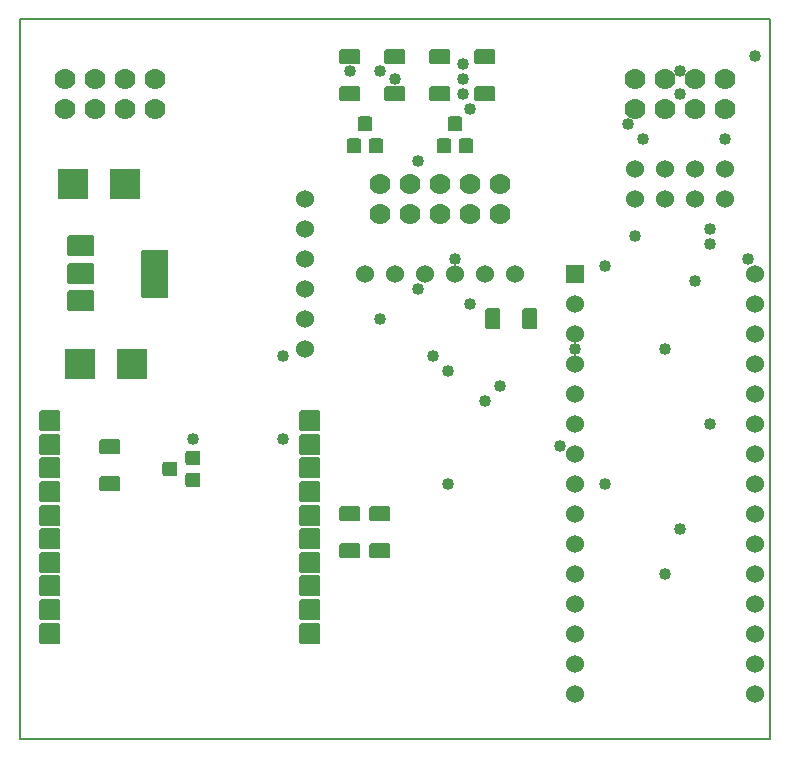
<source format=gbr>
G04 PROTEUS RS274X GERBER FILE*
%FSLAX45Y45*%
%MOMM*%
G01*
%ADD25C,1.016000*%
%ADD26C,1.778000*%
%AMPPAD019*
4,1,36,
1.143000,0.762000,
1.143000,-0.762000,
1.140470,-0.787970,
1.133200,-0.811980,
1.121650,-0.833580,
1.106290,-0.852290,
1.087570,-0.867650,
1.065980,-0.879200,
1.041970,-0.886470,
1.016000,-0.889000,
-1.016000,-0.889000,
-1.041970,-0.886470,
-1.065980,-0.879200,
-1.087570,-0.867650,
-1.106290,-0.852290,
-1.121650,-0.833580,
-1.133200,-0.811980,
-1.140470,-0.787970,
-1.143000,-0.762000,
-1.143000,0.762000,
-1.140470,0.787970,
-1.133200,0.811980,
-1.121650,0.833580,
-1.106290,0.852290,
-1.087570,0.867650,
-1.065980,0.879200,
-1.041970,0.886470,
-1.016000,0.889000,
1.016000,0.889000,
1.041970,0.886470,
1.065980,0.879200,
1.087570,0.867650,
1.106290,0.852290,
1.121650,0.833580,
1.133200,0.811980,
1.140470,0.787970,
1.143000,0.762000,
0*%
%ADD27PPAD019*%
%AMPPAD020*
4,1,36,
1.016000,-2.032000,
-1.016000,-2.032000,
-1.041970,-2.029470,
-1.065980,-2.022200,
-1.087580,-2.010650,
-1.106290,-1.995290,
-1.121650,-1.976570,
-1.133200,-1.954980,
-1.140470,-1.930970,
-1.143000,-1.905000,
-1.143000,1.905000,
-1.140470,1.930970,
-1.133200,1.954980,
-1.121650,1.976570,
-1.106290,1.995290,
-1.087580,2.010650,
-1.065980,2.022200,
-1.041970,2.029470,
-1.016000,2.032000,
1.016000,2.032000,
1.041970,2.029470,
1.065980,2.022200,
1.087580,2.010650,
1.106290,1.995290,
1.121650,1.976570,
1.133200,1.954980,
1.140470,1.930970,
1.143000,1.905000,
1.143000,-1.905000,
1.140470,-1.930970,
1.133200,-1.954980,
1.121650,-1.976570,
1.106290,-1.995290,
1.087580,-2.010650,
1.065980,-2.022200,
1.041970,-2.029470,
1.016000,-2.032000,
0*%
%ADD28PPAD020*%
%AMPPAD021*
4,1,36,
0.762000,-0.889000,
-0.762000,-0.889000,
-0.787970,-0.886470,
-0.811980,-0.879200,
-0.833580,-0.867650,
-0.852290,-0.852290,
-0.867650,-0.833570,
-0.879200,-0.811980,
-0.886470,-0.787970,
-0.889000,-0.762000,
-0.889000,0.762000,
-0.886470,0.787970,
-0.879200,0.811980,
-0.867650,0.833570,
-0.852290,0.852290,
-0.833580,0.867650,
-0.811980,0.879200,
-0.787970,0.886470,
-0.762000,0.889000,
0.762000,0.889000,
0.787970,0.886470,
0.811980,0.879200,
0.833580,0.867650,
0.852290,0.852290,
0.867650,0.833570,
0.879200,0.811980,
0.886470,0.787970,
0.889000,0.762000,
0.889000,-0.762000,
0.886470,-0.787970,
0.879200,-0.811980,
0.867650,-0.833570,
0.852290,-0.852290,
0.833580,-0.867650,
0.811980,-0.879200,
0.787970,-0.886470,
0.762000,-0.889000,
0*%
%ADD29PPAD021*%
%AMPPAD022*
4,1,36,
-0.635000,0.762000,
0.635000,0.762000,
0.660970,0.759470,
0.684980,0.752200,
0.706580,0.740650,
0.725290,0.725290,
0.740650,0.706570,
0.752200,0.684980,
0.759470,0.660970,
0.762000,0.635000,
0.762000,-0.635000,
0.759470,-0.660970,
0.752200,-0.684980,
0.740650,-0.706570,
0.725290,-0.725290,
0.706580,-0.740650,
0.684980,-0.752200,
0.660970,-0.759470,
0.635000,-0.762000,
-0.635000,-0.762000,
-0.660970,-0.759470,
-0.684980,-0.752200,
-0.706580,-0.740650,
-0.725290,-0.725290,
-0.740650,-0.706570,
-0.752200,-0.684980,
-0.759470,-0.660970,
-0.762000,-0.635000,
-0.762000,0.635000,
-0.759470,0.660970,
-0.752200,0.684980,
-0.740650,0.706570,
-0.725290,0.725290,
-0.706580,0.740650,
-0.684980,0.752200,
-0.660970,0.759470,
-0.635000,0.762000,
0*%
%ADD72PPAD022*%
%ADD13C,1.524000*%
%AMPPAD023*
4,1,36,
0.889000,0.508000,
0.889000,-0.508000,
0.886470,-0.533970,
0.879200,-0.557980,
0.867650,-0.579580,
0.852290,-0.598290,
0.833570,-0.613650,
0.811980,-0.625200,
0.787970,-0.632470,
0.762000,-0.635000,
-0.762000,-0.635000,
-0.787970,-0.632470,
-0.811980,-0.625200,
-0.833570,-0.613650,
-0.852290,-0.598290,
-0.867650,-0.579580,
-0.879200,-0.557980,
-0.886470,-0.533970,
-0.889000,-0.508000,
-0.889000,0.508000,
-0.886470,0.533970,
-0.879200,0.557980,
-0.867650,0.579580,
-0.852290,0.598290,
-0.833570,0.613650,
-0.811980,0.625200,
-0.787970,0.632470,
-0.762000,0.635000,
0.762000,0.635000,
0.787970,0.632470,
0.811980,0.625200,
0.833570,0.613650,
0.852290,0.598290,
0.867650,0.579580,
0.879200,0.557980,
0.886470,0.533970,
0.889000,0.508000,
0*%
%ADD73PPAD023*%
%AMPPAD024*
4,1,36,
0.635000,0.444500,
0.635000,-0.444500,
0.632470,-0.470470,
0.625200,-0.494480,
0.613650,-0.516080,
0.598290,-0.534790,
0.579570,-0.550150,
0.557980,-0.561700,
0.533970,-0.568970,
0.508000,-0.571500,
-0.508000,-0.571500,
-0.533970,-0.568970,
-0.557980,-0.561700,
-0.579570,-0.550150,
-0.598290,-0.534790,
-0.613650,-0.516080,
-0.625200,-0.494480,
-0.632470,-0.470470,
-0.635000,-0.444500,
-0.635000,0.444500,
-0.632470,0.470470,
-0.625200,0.494480,
-0.613650,0.516080,
-0.598290,0.534790,
-0.579570,0.550150,
-0.557980,0.561700,
-0.533970,0.568970,
-0.508000,0.571500,
0.508000,0.571500,
0.533970,0.568970,
0.557980,0.561700,
0.579570,0.550150,
0.598290,0.534790,
0.613650,0.516080,
0.625200,0.494480,
0.632470,0.470470,
0.635000,0.444500,
0*%
%ADD30PPAD024*%
%AMPPAD025*
4,1,36,
0.444500,-0.635000,
-0.444500,-0.635000,
-0.470470,-0.632470,
-0.494480,-0.625200,
-0.516080,-0.613650,
-0.534790,-0.598290,
-0.550150,-0.579570,
-0.561700,-0.557980,
-0.568970,-0.533970,
-0.571500,-0.508000,
-0.571500,0.508000,
-0.568970,0.533970,
-0.561700,0.557980,
-0.550150,0.579570,
-0.534790,0.598290,
-0.516080,0.613650,
-0.494480,0.625200,
-0.470470,0.632470,
-0.444500,0.635000,
0.444500,0.635000,
0.470470,0.632470,
0.494480,0.625200,
0.516080,0.613650,
0.534790,0.598290,
0.550150,0.579570,
0.561700,0.557980,
0.568970,0.533970,
0.571500,0.508000,
0.571500,-0.508000,
0.568970,-0.533970,
0.561700,-0.557980,
0.550150,-0.579570,
0.534790,-0.598290,
0.516080,-0.613650,
0.494480,-0.625200,
0.470470,-0.632470,
0.444500,-0.635000,
0*%
%ADD31PPAD025*%
%AMPPAD026*
4,1,36,
0.508000,-0.889000,
-0.508000,-0.889000,
-0.533970,-0.886470,
-0.557980,-0.879200,
-0.579580,-0.867650,
-0.598290,-0.852290,
-0.613650,-0.833570,
-0.625200,-0.811980,
-0.632470,-0.787970,
-0.635000,-0.762000,
-0.635000,0.762000,
-0.632470,0.787970,
-0.625200,0.811980,
-0.613650,0.833570,
-0.598290,0.852290,
-0.579580,0.867650,
-0.557980,0.879200,
-0.533970,0.886470,
-0.508000,0.889000,
0.508000,0.889000,
0.533970,0.886470,
0.557980,0.879200,
0.579580,0.867650,
0.598290,0.852290,
0.613650,0.833570,
0.625200,0.811980,
0.632470,0.787970,
0.635000,0.762000,
0.635000,-0.762000,
0.632470,-0.787970,
0.625200,-0.811980,
0.613650,-0.833570,
0.598290,-0.852290,
0.579580,-0.867650,
0.557980,-0.879200,
0.533970,-0.886470,
0.508000,-0.889000,
0*%
%ADD32PPAD026*%
%AMPPAD027*
4,1,36,
1.143000,-1.270000,
-1.143000,-1.270000,
-1.168970,-1.267470,
-1.192980,-1.260200,
-1.214580,-1.248650,
-1.233290,-1.233290,
-1.248650,-1.214570,
-1.260200,-1.192980,
-1.267470,-1.168970,
-1.270000,-1.143000,
-1.270000,1.143000,
-1.267470,1.168970,
-1.260200,1.192980,
-1.248650,1.214570,
-1.233290,1.233290,
-1.214580,1.248650,
-1.192980,1.260200,
-1.168970,1.267470,
-1.143000,1.270000,
1.143000,1.270000,
1.168970,1.267470,
1.192980,1.260200,
1.214580,1.248650,
1.233290,1.233290,
1.248650,1.214570,
1.260200,1.192980,
1.267470,1.168970,
1.270000,1.143000,
1.270000,-1.143000,
1.267470,-1.168970,
1.260200,-1.192980,
1.248650,-1.214570,
1.233290,-1.233290,
1.214580,-1.248650,
1.192980,-1.260200,
1.168970,-1.267470,
1.143000,-1.270000,
0*%
%ADD33PPAD027*%
%ADD22C,0.203200*%
D25*
X+3810000Y-762000D03*
X+2794000Y-444500D03*
X+3746500Y-381000D03*
X+3048000Y-444500D03*
X+3683000Y-2032000D03*
X+5461000Y-4699000D03*
X+3365500Y-2286000D03*
X+5461000Y-2794000D03*
X+4699000Y-2794000D03*
X+5270500Y-1016000D03*
X+5969000Y-1016000D03*
X+5588000Y-4318000D03*
X+5842000Y-1778000D03*
X+5143500Y-889000D03*
X+4953000Y-3937000D03*
X+6223000Y-317500D03*
X+5588000Y-444500D03*
X+5842000Y-3429000D03*
X+5842000Y-1905000D03*
X+5588000Y-635000D03*
X+6159500Y-2032000D03*
X+4572000Y-3619500D03*
X+3810000Y-2413000D03*
X+3937000Y-3238500D03*
X+4064000Y-3111500D03*
X+1460500Y-3556000D03*
X+2222500Y-3556000D03*
X+2222500Y-2857500D03*
X+3619500Y-3937000D03*
X+5715000Y-2222500D03*
X+4953000Y-2095500D03*
X+3746500Y-635000D03*
X+3175000Y-508000D03*
X+5207000Y-1841500D03*
X+3365500Y-1206500D03*
X+3048000Y-2540000D03*
X+3746500Y-508000D03*
X+3492500Y-2857500D03*
X+3619500Y-2984500D03*
D26*
X+381000Y-762000D03*
X+381000Y-508000D03*
X+635000Y-762000D03*
X+635000Y-508000D03*
X+889000Y-762000D03*
X+889000Y-508000D03*
X+1143000Y-762000D03*
X+1143000Y-508000D03*
X+5207000Y-762000D03*
X+5207000Y-508000D03*
X+5461000Y-762000D03*
X+5461000Y-508000D03*
X+5715000Y-762000D03*
X+5715000Y-508000D03*
X+5969000Y-762000D03*
X+5969000Y-508000D03*
D27*
X+513080Y-1927860D03*
X+513080Y-2159000D03*
X+513080Y-2390140D03*
D28*
X+1143000Y-2159000D03*
D29*
X+2454000Y-5207000D03*
X+2454000Y-5007000D03*
X+2454000Y-4807000D03*
X+2454000Y-4607000D03*
X+2454000Y-4407000D03*
X+2454000Y-4207000D03*
X+2454000Y-4007000D03*
X+2454000Y-3807000D03*
X+2454000Y-3607000D03*
X+2454000Y-3407000D03*
X+254000Y-3407000D03*
X+254000Y-3607000D03*
X+254000Y-3807000D03*
X+254000Y-4007000D03*
X+254000Y-4207000D03*
X+254000Y-4407000D03*
X+254000Y-4607000D03*
X+254000Y-4807000D03*
X+254000Y-5007000D03*
X+254000Y-5207000D03*
D26*
X+3048000Y-1651000D03*
X+3048000Y-1397000D03*
X+3302000Y-1651000D03*
X+3302000Y-1397000D03*
X+3556000Y-1651000D03*
X+3556000Y-1397000D03*
X+3810000Y-1651000D03*
X+3810000Y-1397000D03*
X+4064000Y-1651000D03*
X+4064000Y-1397000D03*
D72*
X+4699000Y-2159000D03*
D13*
X+4699000Y-2413000D03*
X+4699000Y-2667000D03*
X+4699000Y-2921000D03*
X+4699000Y-3175000D03*
X+4699000Y-3429000D03*
X+4699000Y-3683000D03*
X+4699000Y-3937000D03*
X+4699000Y-4191000D03*
X+4699000Y-4445000D03*
X+4699000Y-4699000D03*
X+4699000Y-4953000D03*
X+4699000Y-5207000D03*
X+4699000Y-5461000D03*
X+4699000Y-5715000D03*
X+6223000Y-5715000D03*
X+6223000Y-5461000D03*
X+6223000Y-5207000D03*
X+6223000Y-4953000D03*
X+6223000Y-4699000D03*
X+6223000Y-4445000D03*
X+6223000Y-4191000D03*
X+6223000Y-3937000D03*
X+6223000Y-3683000D03*
X+6223000Y-3429000D03*
X+6223000Y-3175000D03*
X+6223000Y-2921000D03*
X+6223000Y-2667000D03*
X+6223000Y-2413000D03*
X+6223000Y-2159000D03*
X+2921000Y-2159000D03*
X+3175000Y-2159000D03*
X+3429000Y-2159000D03*
X+3683000Y-2159000D03*
X+3937000Y-2159000D03*
X+4191000Y-2159000D03*
X+5207000Y-1524000D03*
X+5461000Y-1524000D03*
X+5715000Y-1524000D03*
X+5969000Y-1524000D03*
X+2413000Y-1524000D03*
X+2413000Y-1778000D03*
X+2413000Y-2032000D03*
X+2413000Y-2286000D03*
X+2413000Y-2540000D03*
X+2413000Y-2794000D03*
D73*
X+3048000Y-4191000D03*
X+3048000Y-4505960D03*
X+2794000Y-4505960D03*
X+2794000Y-4191000D03*
X+762000Y-3622040D03*
X+762000Y-3937000D03*
D30*
X+1270000Y-3810000D03*
X+1460500Y-3903980D03*
X+1460500Y-3716020D03*
D13*
X+5207000Y-1270000D03*
X+5461000Y-1270000D03*
X+5715000Y-1270000D03*
X+5969000Y-1270000D03*
D31*
X+3683000Y-889000D03*
X+3589020Y-1079500D03*
X+3776980Y-1079500D03*
X+2921000Y-889000D03*
X+2827020Y-1079500D03*
X+3014980Y-1079500D03*
D73*
X+3556000Y-635000D03*
X+3556000Y-320040D03*
X+2794000Y-635000D03*
X+2794000Y-320040D03*
X+3937000Y-320040D03*
X+3937000Y-635000D03*
X+3175000Y-320040D03*
X+3175000Y-635000D03*
D32*
X+4318000Y-2540000D03*
X+4003040Y-2540000D03*
D33*
X+889000Y-1397000D03*
X+449000Y-1397000D03*
X+948000Y-2921000D03*
X+508000Y-2921000D03*
D22*
X+0Y-6096000D02*
X+6350000Y-6096000D01*
X+6350000Y+0D01*
X+0Y+0D01*
X+0Y-6096000D01*
M02*

</source>
